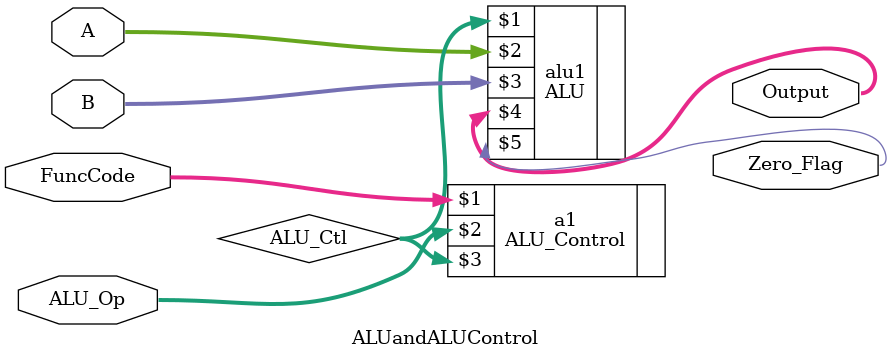
<source format=v>
`timescale 1ns / 1ps

module ALUandALUControl(
    input [5:0] FuncCode,
    input [1:0] ALU_Op,
    input [31:0] A,
    input [31:0] B,
    output [31:0] Output,
	 output Zero_Flag
	 
    );

wire [3:0] ALU_Ctl;
						
		ALU_Control	a1(FuncCode , ALU_Op, ALU_Ctl);
						
		ALU alu1 (ALU_Ctl, A, B, Output, Zero_Flag);

endmodule

</source>
